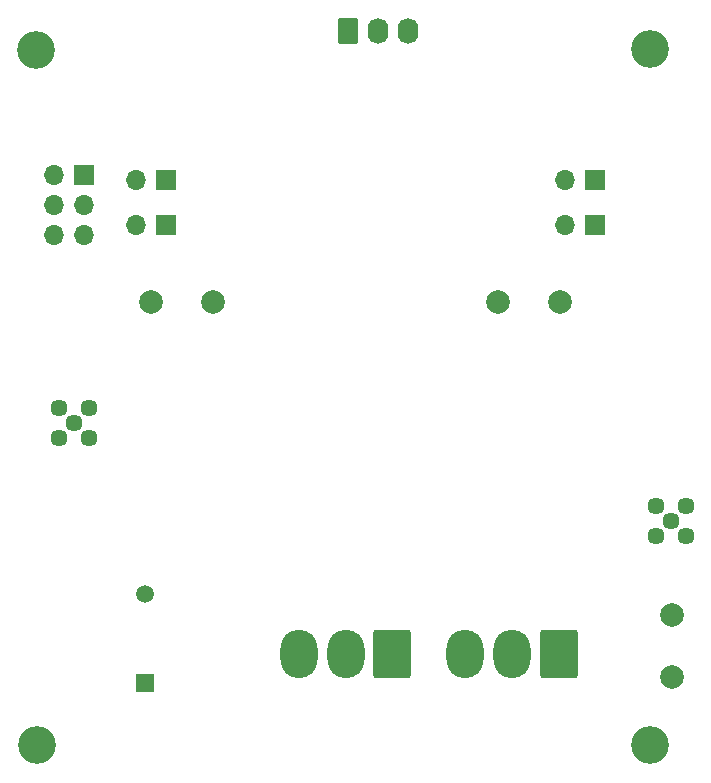
<source format=gbr>
%TF.GenerationSoftware,KiCad,Pcbnew,7.0.9*%
%TF.CreationDate,2024-01-03T10:23:19+05:30*%
%TF.ProjectId,RnD_6th_sem,526e445f-3674-4685-9f73-656d2e6b6963,rev?*%
%TF.SameCoordinates,Original*%
%TF.FileFunction,Soldermask,Bot*%
%TF.FilePolarity,Negative*%
%FSLAX46Y46*%
G04 Gerber Fmt 4.6, Leading zero omitted, Abs format (unit mm)*
G04 Created by KiCad (PCBNEW 7.0.9) date 2024-01-03 10:23:19*
%MOMM*%
%LPD*%
G01*
G04 APERTURE LIST*
G04 Aperture macros list*
%AMRoundRect*
0 Rectangle with rounded corners*
0 $1 Rounding radius*
0 $2 $3 $4 $5 $6 $7 $8 $9 X,Y pos of 4 corners*
0 Add a 4 corners polygon primitive as box body*
4,1,4,$2,$3,$4,$5,$6,$7,$8,$9,$2,$3,0*
0 Add four circle primitives for the rounded corners*
1,1,$1+$1,$2,$3*
1,1,$1+$1,$4,$5*
1,1,$1+$1,$6,$7*
1,1,$1+$1,$8,$9*
0 Add four rect primitives between the rounded corners*
20,1,$1+$1,$2,$3,$4,$5,0*
20,1,$1+$1,$4,$5,$6,$7,0*
20,1,$1+$1,$6,$7,$8,$9,0*
20,1,$1+$1,$8,$9,$2,$3,0*%
G04 Aperture macros list end*
%ADD10RoundRect,0.250000X-0.620000X-0.845000X0.620000X-0.845000X0.620000X0.845000X-0.620000X0.845000X0*%
%ADD11O,1.740000X2.190000*%
%ADD12C,3.200000*%
%ADD13R,1.700000X1.700000*%
%ADD14O,1.700000X1.700000*%
%ADD15R,1.500000X1.500000*%
%ADD16C,1.500000*%
%ADD17C,2.000000*%
%ADD18C,1.446000*%
%ADD19RoundRect,0.250000X1.330000X1.800000X-1.330000X1.800000X-1.330000X-1.800000X1.330000X-1.800000X0*%
%ADD20O,3.160000X4.100000*%
G04 APERTURE END LIST*
D10*
%TO.C,J2*%
X137235000Y-51330000D03*
D11*
X139775000Y-51330000D03*
X142315000Y-51330000D03*
%TD*%
D12*
%TO.C,H3*%
X162794466Y-52874466D03*
%TD*%
D13*
%TO.C,J6*%
X121855000Y-67760000D03*
D14*
X119315000Y-67760000D03*
%TD*%
D15*
%TO.C,C10*%
X120030000Y-106510000D03*
D16*
X120030000Y-99010000D03*
%TD*%
D17*
%TO.C,TP5*%
X149980000Y-74260000D03*
%TD*%
D18*
%TO.C,J9*%
X164550000Y-92780000D03*
X163280000Y-91510000D03*
X163280000Y-94050000D03*
X165820000Y-94050000D03*
X165820000Y-91510000D03*
%TD*%
D17*
%TO.C,TP4*%
X164680000Y-100760000D03*
%TD*%
D13*
%TO.C,J7*%
X121855000Y-63970000D03*
D14*
X119315000Y-63970000D03*
%TD*%
D13*
%TO.C,J4*%
X114880000Y-63530000D03*
D14*
X112340000Y-63530000D03*
X114880000Y-66070000D03*
X112340000Y-66070000D03*
X114880000Y-68610000D03*
X112340000Y-68610000D03*
%TD*%
D13*
%TO.C,J5*%
X158130000Y-67760000D03*
D14*
X155590000Y-67760000D03*
%TD*%
D12*
%TO.C,H4*%
X110808932Y-52888932D03*
%TD*%
D19*
%TO.C,J3*%
X141000000Y-104060000D03*
D20*
X137040000Y-104060000D03*
X133080000Y-104060000D03*
%TD*%
D17*
%TO.C,TP2*%
X125780000Y-74260000D03*
%TD*%
D18*
%TO.C,J10*%
X114050000Y-84530000D03*
X112780000Y-83260000D03*
X112780000Y-85800000D03*
X115320000Y-85800000D03*
X115320000Y-83260000D03*
%TD*%
D17*
%TO.C,TP1*%
X155230000Y-74260000D03*
%TD*%
D19*
%TO.C,J1*%
X155100000Y-104060000D03*
D20*
X151140000Y-104060000D03*
X147180000Y-104060000D03*
%TD*%
D12*
%TO.C,H1*%
X162780000Y-111810000D03*
%TD*%
D13*
%TO.C,J8*%
X158125000Y-63970000D03*
D14*
X155585000Y-63970000D03*
%TD*%
D17*
%TO.C,TP6*%
X164680000Y-106010000D03*
%TD*%
%TO.C,TP3*%
X120530000Y-74260000D03*
%TD*%
D12*
%TO.C,H2*%
X110880000Y-111810000D03*
%TD*%
M02*

</source>
